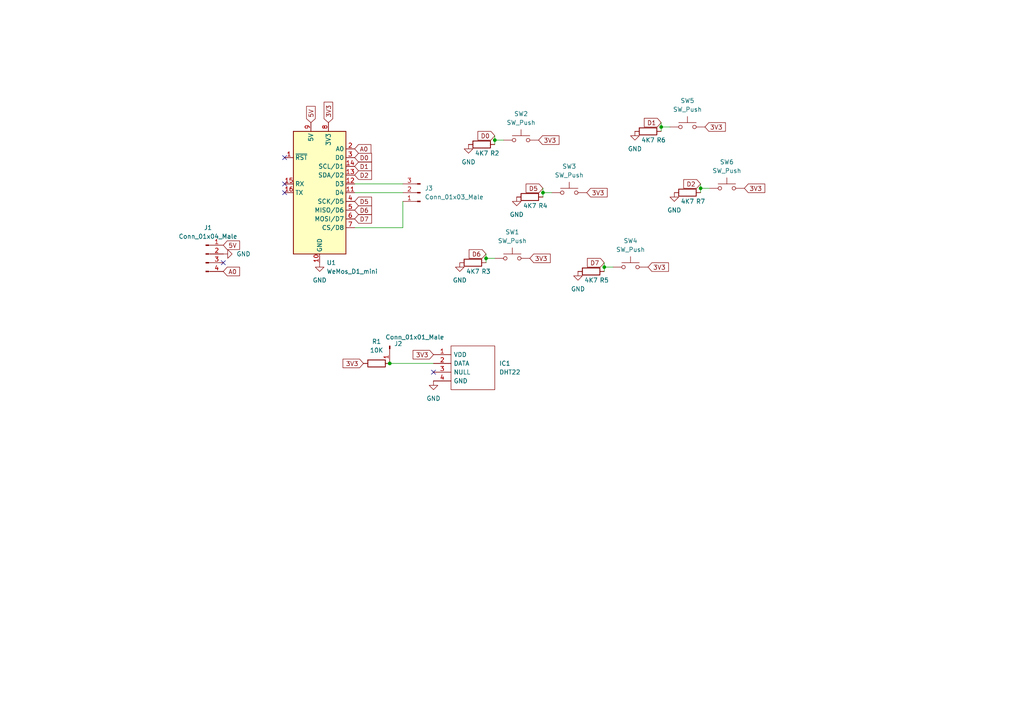
<source format=kicad_sch>
(kicad_sch (version 20211123) (generator eeschema)

  (uuid 72f2a5fd-c2e0-4416-90f2-327143af4aa6)

  (paper "A4")

  (lib_symbols
    (symbol "Connector:Conn_01x01_Male" (pin_names (offset 1.016) hide) (in_bom yes) (on_board yes)
      (property "Reference" "J" (id 0) (at 0 2.54 0)
        (effects (font (size 1.27 1.27)))
      )
      (property "Value" "Conn_01x01_Male" (id 1) (at 0 -2.54 0)
        (effects (font (size 1.27 1.27)))
      )
      (property "Footprint" "" (id 2) (at 0 0 0)
        (effects (font (size 1.27 1.27)) hide)
      )
      (property "Datasheet" "~" (id 3) (at 0 0 0)
        (effects (font (size 1.27 1.27)) hide)
      )
      (property "ki_keywords" "connector" (id 4) (at 0 0 0)
        (effects (font (size 1.27 1.27)) hide)
      )
      (property "ki_description" "Generic connector, single row, 01x01, script generated (kicad-library-utils/schlib/autogen/connector/)" (id 5) (at 0 0 0)
        (effects (font (size 1.27 1.27)) hide)
      )
      (property "ki_fp_filters" "Connector*:*" (id 6) (at 0 0 0)
        (effects (font (size 1.27 1.27)) hide)
      )
      (symbol "Conn_01x01_Male_1_1"
        (polyline
          (pts
            (xy 1.27 0)
            (xy 0.8636 0)
          )
          (stroke (width 0.1524) (type default) (color 0 0 0 0))
          (fill (type none))
        )
        (rectangle (start 0.8636 0.127) (end 0 -0.127)
          (stroke (width 0.1524) (type default) (color 0 0 0 0))
          (fill (type outline))
        )
        (pin passive line (at 5.08 0 180) (length 3.81)
          (name "Pin_1" (effects (font (size 1.27 1.27))))
          (number "1" (effects (font (size 1.27 1.27))))
        )
      )
    )
    (symbol "Connector:Conn_01x03_Male" (pin_names (offset 1.016) hide) (in_bom yes) (on_board yes)
      (property "Reference" "J" (id 0) (at 0 5.08 0)
        (effects (font (size 1.27 1.27)))
      )
      (property "Value" "Conn_01x03_Male" (id 1) (at 0 -5.08 0)
        (effects (font (size 1.27 1.27)))
      )
      (property "Footprint" "" (id 2) (at 0 0 0)
        (effects (font (size 1.27 1.27)) hide)
      )
      (property "Datasheet" "~" (id 3) (at 0 0 0)
        (effects (font (size 1.27 1.27)) hide)
      )
      (property "ki_keywords" "connector" (id 4) (at 0 0 0)
        (effects (font (size 1.27 1.27)) hide)
      )
      (property "ki_description" "Generic connector, single row, 01x03, script generated (kicad-library-utils/schlib/autogen/connector/)" (id 5) (at 0 0 0)
        (effects (font (size 1.27 1.27)) hide)
      )
      (property "ki_fp_filters" "Connector*:*_1x??_*" (id 6) (at 0 0 0)
        (effects (font (size 1.27 1.27)) hide)
      )
      (symbol "Conn_01x03_Male_1_1"
        (polyline
          (pts
            (xy 1.27 -2.54)
            (xy 0.8636 -2.54)
          )
          (stroke (width 0.1524) (type default) (color 0 0 0 0))
          (fill (type none))
        )
        (polyline
          (pts
            (xy 1.27 0)
            (xy 0.8636 0)
          )
          (stroke (width 0.1524) (type default) (color 0 0 0 0))
          (fill (type none))
        )
        (polyline
          (pts
            (xy 1.27 2.54)
            (xy 0.8636 2.54)
          )
          (stroke (width 0.1524) (type default) (color 0 0 0 0))
          (fill (type none))
        )
        (rectangle (start 0.8636 -2.413) (end 0 -2.667)
          (stroke (width 0.1524) (type default) (color 0 0 0 0))
          (fill (type outline))
        )
        (rectangle (start 0.8636 0.127) (end 0 -0.127)
          (stroke (width 0.1524) (type default) (color 0 0 0 0))
          (fill (type outline))
        )
        (rectangle (start 0.8636 2.667) (end 0 2.413)
          (stroke (width 0.1524) (type default) (color 0 0 0 0))
          (fill (type outline))
        )
        (pin passive line (at 5.08 2.54 180) (length 3.81)
          (name "Pin_1" (effects (font (size 1.27 1.27))))
          (number "1" (effects (font (size 1.27 1.27))))
        )
        (pin passive line (at 5.08 0 180) (length 3.81)
          (name "Pin_2" (effects (font (size 1.27 1.27))))
          (number "2" (effects (font (size 1.27 1.27))))
        )
        (pin passive line (at 5.08 -2.54 180) (length 3.81)
          (name "Pin_3" (effects (font (size 1.27 1.27))))
          (number "3" (effects (font (size 1.27 1.27))))
        )
      )
    )
    (symbol "Connector:Conn_01x04_Male" (pin_names (offset 1.016) hide) (in_bom yes) (on_board yes)
      (property "Reference" "J" (id 0) (at 0 5.08 0)
        (effects (font (size 1.27 1.27)))
      )
      (property "Value" "Conn_01x04_Male" (id 1) (at 0 -7.62 0)
        (effects (font (size 1.27 1.27)))
      )
      (property "Footprint" "" (id 2) (at 0 0 0)
        (effects (font (size 1.27 1.27)) hide)
      )
      (property "Datasheet" "~" (id 3) (at 0 0 0)
        (effects (font (size 1.27 1.27)) hide)
      )
      (property "ki_keywords" "connector" (id 4) (at 0 0 0)
        (effects (font (size 1.27 1.27)) hide)
      )
      (property "ki_description" "Generic connector, single row, 01x04, script generated (kicad-library-utils/schlib/autogen/connector/)" (id 5) (at 0 0 0)
        (effects (font (size 1.27 1.27)) hide)
      )
      (property "ki_fp_filters" "Connector*:*_1x??_*" (id 6) (at 0 0 0)
        (effects (font (size 1.27 1.27)) hide)
      )
      (symbol "Conn_01x04_Male_1_1"
        (polyline
          (pts
            (xy 1.27 -5.08)
            (xy 0.8636 -5.08)
          )
          (stroke (width 0.1524) (type default) (color 0 0 0 0))
          (fill (type none))
        )
        (polyline
          (pts
            (xy 1.27 -2.54)
            (xy 0.8636 -2.54)
          )
          (stroke (width 0.1524) (type default) (color 0 0 0 0))
          (fill (type none))
        )
        (polyline
          (pts
            (xy 1.27 0)
            (xy 0.8636 0)
          )
          (stroke (width 0.1524) (type default) (color 0 0 0 0))
          (fill (type none))
        )
        (polyline
          (pts
            (xy 1.27 2.54)
            (xy 0.8636 2.54)
          )
          (stroke (width 0.1524) (type default) (color 0 0 0 0))
          (fill (type none))
        )
        (rectangle (start 0.8636 -4.953) (end 0 -5.207)
          (stroke (width 0.1524) (type default) (color 0 0 0 0))
          (fill (type outline))
        )
        (rectangle (start 0.8636 -2.413) (end 0 -2.667)
          (stroke (width 0.1524) (type default) (color 0 0 0 0))
          (fill (type outline))
        )
        (rectangle (start 0.8636 0.127) (end 0 -0.127)
          (stroke (width 0.1524) (type default) (color 0 0 0 0))
          (fill (type outline))
        )
        (rectangle (start 0.8636 2.667) (end 0 2.413)
          (stroke (width 0.1524) (type default) (color 0 0 0 0))
          (fill (type outline))
        )
        (pin passive line (at 5.08 2.54 180) (length 3.81)
          (name "Pin_1" (effects (font (size 1.27 1.27))))
          (number "1" (effects (font (size 1.27 1.27))))
        )
        (pin passive line (at 5.08 0 180) (length 3.81)
          (name "Pin_2" (effects (font (size 1.27 1.27))))
          (number "2" (effects (font (size 1.27 1.27))))
        )
        (pin passive line (at 5.08 -2.54 180) (length 3.81)
          (name "Pin_3" (effects (font (size 1.27 1.27))))
          (number "3" (effects (font (size 1.27 1.27))))
        )
        (pin passive line (at 5.08 -5.08 180) (length 3.81)
          (name "Pin_4" (effects (font (size 1.27 1.27))))
          (number "4" (effects (font (size 1.27 1.27))))
        )
      )
    )
    (symbol "DHT22:DHT22" (pin_names (offset 0.762)) (in_bom yes) (on_board yes)
      (property "Reference" "IC" (id 0) (at 19.05 7.62 0)
        (effects (font (size 1.27 1.27)) (justify left))
      )
      (property "Value" "DHT22" (id 1) (at 19.05 5.08 0)
        (effects (font (size 1.27 1.27)) (justify left))
      )
      (property "Footprint" "DHT22" (id 2) (at 19.05 2.54 0)
        (effects (font (size 1.27 1.27)) (justify left) hide)
      )
      (property "Datasheet" "https://datasheet4u.com/datasheet-parts/DHT22-datasheet.php?id=792211" (id 3) (at 19.05 0 0)
        (effects (font (size 1.27 1.27)) (justify left) hide)
      )
      (property "Description" "Digital-output relative humidity & temperature sensor/module DHT22" (id 4) (at 19.05 -2.54 0)
        (effects (font (size 1.27 1.27)) (justify left) hide)
      )
      (property "Height" "25.1" (id 5) (at 19.05 -5.08 0)
        (effects (font (size 1.27 1.27)) (justify left) hide)
      )
      (property "Manufacturer_Name" "Aosong Electronics" (id 6) (at 19.05 -7.62 0)
        (effects (font (size 1.27 1.27)) (justify left) hide)
      )
      (property "Manufacturer_Part_Number" "DHT22" (id 7) (at 19.05 -10.16 0)
        (effects (font (size 1.27 1.27)) (justify left) hide)
      )
      (property "Mouser Part Number" "" (id 8) (at 19.05 -12.7 0)
        (effects (font (size 1.27 1.27)) (justify left) hide)
      )
      (property "Mouser Price/Stock" "" (id 9) (at 19.05 -15.24 0)
        (effects (font (size 1.27 1.27)) (justify left) hide)
      )
      (property "Arrow Part Number" "" (id 10) (at 19.05 -17.78 0)
        (effects (font (size 1.27 1.27)) (justify left) hide)
      )
      (property "Arrow Price/Stock" "" (id 11) (at 19.05 -20.32 0)
        (effects (font (size 1.27 1.27)) (justify left) hide)
      )
      (symbol "DHT22_0_0"
        (pin passive line (at 0 0 0) (length 5.08)
          (name "VDD" (effects (font (size 1.27 1.27))))
          (number "1" (effects (font (size 1.27 1.27))))
        )
        (pin passive line (at 0 -2.54 0) (length 5.08)
          (name "DATA" (effects (font (size 1.27 1.27))))
          (number "2" (effects (font (size 1.27 1.27))))
        )
        (pin passive line (at 0 -5.08 0) (length 5.08)
          (name "NULL" (effects (font (size 1.27 1.27))))
          (number "3" (effects (font (size 1.27 1.27))))
        )
        (pin passive line (at 0 -7.62 0) (length 5.08)
          (name "GND" (effects (font (size 1.27 1.27))))
          (number "4" (effects (font (size 1.27 1.27))))
        )
      )
      (symbol "DHT22_0_1"
        (polyline
          (pts
            (xy 5.08 2.54)
            (xy 17.78 2.54)
            (xy 17.78 -10.16)
            (xy 5.08 -10.16)
            (xy 5.08 2.54)
          )
          (stroke (width 0.1524) (type default) (color 0 0 0 0))
          (fill (type none))
        )
      )
    )
    (symbol "Device:R" (pin_numbers hide) (pin_names (offset 0)) (in_bom yes) (on_board yes)
      (property "Reference" "R" (id 0) (at 2.032 0 90)
        (effects (font (size 1.27 1.27)))
      )
      (property "Value" "R" (id 1) (at 0 0 90)
        (effects (font (size 1.27 1.27)))
      )
      (property "Footprint" "" (id 2) (at -1.778 0 90)
        (effects (font (size 1.27 1.27)) hide)
      )
      (property "Datasheet" "~" (id 3) (at 0 0 0)
        (effects (font (size 1.27 1.27)) hide)
      )
      (property "ki_keywords" "R res resistor" (id 4) (at 0 0 0)
        (effects (font (size 1.27 1.27)) hide)
      )
      (property "ki_description" "Resistor" (id 5) (at 0 0 0)
        (effects (font (size 1.27 1.27)) hide)
      )
      (property "ki_fp_filters" "R_*" (id 6) (at 0 0 0)
        (effects (font (size 1.27 1.27)) hide)
      )
      (symbol "R_0_1"
        (rectangle (start -1.016 -2.54) (end 1.016 2.54)
          (stroke (width 0.254) (type default) (color 0 0 0 0))
          (fill (type none))
        )
      )
      (symbol "R_1_1"
        (pin passive line (at 0 3.81 270) (length 1.27)
          (name "~" (effects (font (size 1.27 1.27))))
          (number "1" (effects (font (size 1.27 1.27))))
        )
        (pin passive line (at 0 -3.81 90) (length 1.27)
          (name "~" (effects (font (size 1.27 1.27))))
          (number "2" (effects (font (size 1.27 1.27))))
        )
      )
    )
    (symbol "MCU_Module:WeMos_D1_mini" (in_bom yes) (on_board yes)
      (property "Reference" "U" (id 0) (at 3.81 19.05 0)
        (effects (font (size 1.27 1.27)) (justify left))
      )
      (property "Value" "WeMos_D1_mini" (id 1) (at 1.27 -19.05 0)
        (effects (font (size 1.27 1.27)) (justify left))
      )
      (property "Footprint" "Module:WEMOS_D1_mini_light" (id 2) (at 0 -29.21 0)
        (effects (font (size 1.27 1.27)) hide)
      )
      (property "Datasheet" "https://wiki.wemos.cc/products:d1:d1_mini#documentation" (id 3) (at -46.99 -29.21 0)
        (effects (font (size 1.27 1.27)) hide)
      )
      (property "ki_keywords" "ESP8266 WiFi microcontroller ESP8266EX" (id 4) (at 0 0 0)
        (effects (font (size 1.27 1.27)) hide)
      )
      (property "ki_description" "32-bit microcontroller module with WiFi" (id 5) (at 0 0 0)
        (effects (font (size 1.27 1.27)) hide)
      )
      (property "ki_fp_filters" "WEMOS*D1*mini*" (id 6) (at 0 0 0)
        (effects (font (size 1.27 1.27)) hide)
      )
      (symbol "WeMos_D1_mini_1_1"
        (rectangle (start -7.62 17.78) (end 7.62 -17.78)
          (stroke (width 0.254) (type default) (color 0 0 0 0))
          (fill (type background))
        )
        (pin input line (at -10.16 10.16 0) (length 2.54)
          (name "~{RST}" (effects (font (size 1.27 1.27))))
          (number "1" (effects (font (size 1.27 1.27))))
        )
        (pin power_in line (at 0 -20.32 90) (length 2.54)
          (name "GND" (effects (font (size 1.27 1.27))))
          (number "10" (effects (font (size 1.27 1.27))))
        )
        (pin bidirectional line (at 10.16 0 180) (length 2.54)
          (name "D4" (effects (font (size 1.27 1.27))))
          (number "11" (effects (font (size 1.27 1.27))))
        )
        (pin bidirectional line (at 10.16 2.54 180) (length 2.54)
          (name "D3" (effects (font (size 1.27 1.27))))
          (number "12" (effects (font (size 1.27 1.27))))
        )
        (pin bidirectional line (at 10.16 5.08 180) (length 2.54)
          (name "SDA/D2" (effects (font (size 1.27 1.27))))
          (number "13" (effects (font (size 1.27 1.27))))
        )
        (pin bidirectional line (at 10.16 7.62 180) (length 2.54)
          (name "SCL/D1" (effects (font (size 1.27 1.27))))
          (number "14" (effects (font (size 1.27 1.27))))
        )
        (pin input line (at -10.16 2.54 0) (length 2.54)
          (name "RX" (effects (font (size 1.27 1.27))))
          (number "15" (effects (font (size 1.27 1.27))))
        )
        (pin output line (at -10.16 0 0) (length 2.54)
          (name "TX" (effects (font (size 1.27 1.27))))
          (number "16" (effects (font (size 1.27 1.27))))
        )
        (pin input line (at 10.16 12.7 180) (length 2.54)
          (name "A0" (effects (font (size 1.27 1.27))))
          (number "2" (effects (font (size 1.27 1.27))))
        )
        (pin bidirectional line (at 10.16 10.16 180) (length 2.54)
          (name "D0" (effects (font (size 1.27 1.27))))
          (number "3" (effects (font (size 1.27 1.27))))
        )
        (pin bidirectional line (at 10.16 -2.54 180) (length 2.54)
          (name "SCK/D5" (effects (font (size 1.27 1.27))))
          (number "4" (effects (font (size 1.27 1.27))))
        )
        (pin bidirectional line (at 10.16 -5.08 180) (length 2.54)
          (name "MISO/D6" (effects (font (size 1.27 1.27))))
          (number "5" (effects (font (size 1.27 1.27))))
        )
        (pin bidirectional line (at 10.16 -7.62 180) (length 2.54)
          (name "MOSI/D7" (effects (font (size 1.27 1.27))))
          (number "6" (effects (font (size 1.27 1.27))))
        )
        (pin bidirectional line (at 10.16 -10.16 180) (length 2.54)
          (name "CS/D8" (effects (font (size 1.27 1.27))))
          (number "7" (effects (font (size 1.27 1.27))))
        )
        (pin power_out line (at 2.54 20.32 270) (length 2.54)
          (name "3V3" (effects (font (size 1.27 1.27))))
          (number "8" (effects (font (size 1.27 1.27))))
        )
        (pin power_in line (at -2.54 20.32 270) (length 2.54)
          (name "5V" (effects (font (size 1.27 1.27))))
          (number "9" (effects (font (size 1.27 1.27))))
        )
      )
    )
    (symbol "Switch:SW_Push" (pin_numbers hide) (pin_names (offset 1.016) hide) (in_bom yes) (on_board yes)
      (property "Reference" "SW" (id 0) (at 1.27 2.54 0)
        (effects (font (size 1.27 1.27)) (justify left))
      )
      (property "Value" "SW_Push" (id 1) (at 0 -1.524 0)
        (effects (font (size 1.27 1.27)))
      )
      (property "Footprint" "" (id 2) (at 0 5.08 0)
        (effects (font (size 1.27 1.27)) hide)
      )
      (property "Datasheet" "~" (id 3) (at 0 5.08 0)
        (effects (font (size 1.27 1.27)) hide)
      )
      (property "ki_keywords" "switch normally-open pushbutton push-button" (id 4) (at 0 0 0)
        (effects (font (size 1.27 1.27)) hide)
      )
      (property "ki_description" "Push button switch, generic, two pins" (id 5) (at 0 0 0)
        (effects (font (size 1.27 1.27)) hide)
      )
      (symbol "SW_Push_0_1"
        (circle (center -2.032 0) (radius 0.508)
          (stroke (width 0) (type default) (color 0 0 0 0))
          (fill (type none))
        )
        (polyline
          (pts
            (xy 0 1.27)
            (xy 0 3.048)
          )
          (stroke (width 0) (type default) (color 0 0 0 0))
          (fill (type none))
        )
        (polyline
          (pts
            (xy 2.54 1.27)
            (xy -2.54 1.27)
          )
          (stroke (width 0) (type default) (color 0 0 0 0))
          (fill (type none))
        )
        (circle (center 2.032 0) (radius 0.508)
          (stroke (width 0) (type default) (color 0 0 0 0))
          (fill (type none))
        )
        (pin passive line (at -5.08 0 0) (length 2.54)
          (name "1" (effects (font (size 1.27 1.27))))
          (number "1" (effects (font (size 1.27 1.27))))
        )
        (pin passive line (at 5.08 0 180) (length 2.54)
          (name "2" (effects (font (size 1.27 1.27))))
          (number "2" (effects (font (size 1.27 1.27))))
        )
      )
    )
    (symbol "power:GND" (power) (pin_names (offset 0)) (in_bom yes) (on_board yes)
      (property "Reference" "#PWR" (id 0) (at 0 -6.35 0)
        (effects (font (size 1.27 1.27)) hide)
      )
      (property "Value" "GND" (id 1) (at 0 -3.81 0)
        (effects (font (size 1.27 1.27)))
      )
      (property "Footprint" "" (id 2) (at 0 0 0)
        (effects (font (size 1.27 1.27)) hide)
      )
      (property "Datasheet" "" (id 3) (at 0 0 0)
        (effects (font (size 1.27 1.27)) hide)
      )
      (property "ki_keywords" "power-flag" (id 4) (at 0 0 0)
        (effects (font (size 1.27 1.27)) hide)
      )
      (property "ki_description" "Power symbol creates a global label with name \"GND\" , ground" (id 5) (at 0 0 0)
        (effects (font (size 1.27 1.27)) hide)
      )
      (symbol "GND_0_1"
        (polyline
          (pts
            (xy 0 0)
            (xy 0 -1.27)
            (xy 1.27 -1.27)
            (xy 0 -2.54)
            (xy -1.27 -1.27)
            (xy 0 -1.27)
          )
          (stroke (width 0) (type default) (color 0 0 0 0))
          (fill (type none))
        )
      )
      (symbol "GND_1_1"
        (pin power_in line (at 0 0 270) (length 0) hide
          (name "GND" (effects (font (size 1.27 1.27))))
          (number "1" (effects (font (size 1.27 1.27))))
        )
      )
    )
  )


  (junction (at 113.03 105.41) (diameter 0) (color 0 0 0 0)
    (uuid 15111a2d-ca74-4937-9275-96eb3d43a866)
  )
  (junction (at 191.77 36.83) (diameter 0) (color 0 0 0 0)
    (uuid 2a45966b-22e4-4119-870a-15731518770a)
  )
  (junction (at 175.26 77.47) (diameter 0) (color 0 0 0 0)
    (uuid 2f06e105-4a99-40a5-b0e2-7702187bfc64)
  )
  (junction (at 203.2 54.61) (diameter 0) (color 0 0 0 0)
    (uuid 6830d406-33cb-4562-81b0-5947d1d6c5e7)
  )
  (junction (at 143.51 40.64) (diameter 0) (color 0 0 0 0)
    (uuid 915fb346-05e1-4c29-8f1b-52460379f973)
  )
  (junction (at 157.48 55.88) (diameter 0) (color 0 0 0 0)
    (uuid ed435486-fee2-4e82-9f3c-a389515f933d)
  )
  (junction (at 140.97 74.93) (diameter 0) (color 0 0 0 0)
    (uuid fc799220-cd18-471d-99fd-cbc53d8929de)
  )

  (no_connect (at 125.73 107.95) (uuid 36863580-0e16-4656-bdd2-3e72b7f54d03))
  (no_connect (at 82.55 53.34) (uuid 579c5869-6c16-4683-a965-bab9c16a7b42))
  (no_connect (at 82.55 55.88) (uuid 579c5869-6c16-4683-a965-bab9c16a7b43))
  (no_connect (at 82.55 45.72) (uuid 579c5869-6c16-4683-a965-bab9c16a7b44))
  (no_connect (at 64.77 76.2) (uuid 67f10b56-7505-4b70-bfd5-963e076a920d))

  (wire (pts (xy 175.26 77.47) (xy 175.26 78.74))
    (stroke (width 0) (type default) (color 0 0 0 0))
    (uuid 06152262-d0c9-436e-9f50-1a97f9659ec1)
  )
  (wire (pts (xy 116.84 66.04) (xy 116.84 58.42))
    (stroke (width 0) (type default) (color 0 0 0 0))
    (uuid 0674aa2d-ef88-41ff-8508-33c52193770e)
  )
  (wire (pts (xy 191.77 36.83) (xy 191.77 38.1))
    (stroke (width 0) (type default) (color 0 0 0 0))
    (uuid 0d817e2a-fcce-4b15-a125-09ffc1158eba)
  )
  (wire (pts (xy 203.2 54.61) (xy 203.2 55.88))
    (stroke (width 0) (type default) (color 0 0 0 0))
    (uuid 1346a2e0-c82f-45c7-b7f0-527c6d4d0711)
  )
  (wire (pts (xy 191.77 36.83) (xy 194.31 36.83))
    (stroke (width 0) (type default) (color 0 0 0 0))
    (uuid 193579c5-5dcc-416d-b9d5-90407a32ffdd)
  )
  (wire (pts (xy 203.2 54.61) (xy 205.74 54.61))
    (stroke (width 0) (type default) (color 0 0 0 0))
    (uuid 1ffc4bf3-dc17-4829-809c-50393a5d27fa)
  )
  (wire (pts (xy 143.51 39.37) (xy 143.51 40.64))
    (stroke (width 0) (type default) (color 0 0 0 0))
    (uuid 29800dda-2218-4325-ab74-bd9343386969)
  )
  (wire (pts (xy 143.51 40.64) (xy 143.51 41.91))
    (stroke (width 0) (type default) (color 0 0 0 0))
    (uuid 3f1624ec-9381-4de8-afd9-dc2c767532e0)
  )
  (wire (pts (xy 157.48 55.88) (xy 160.02 55.88))
    (stroke (width 0) (type default) (color 0 0 0 0))
    (uuid 405c06f1-01fe-4541-a1a7-55ca47a052d3)
  )
  (wire (pts (xy 157.48 54.61) (xy 157.48 55.88))
    (stroke (width 0) (type default) (color 0 0 0 0))
    (uuid 4320de6c-b5f2-4e40-9b08-874f876b5d68)
  )
  (wire (pts (xy 102.87 66.04) (xy 116.84 66.04))
    (stroke (width 0) (type default) (color 0 0 0 0))
    (uuid 754e748e-d0f9-4fe7-9ee8-19bd721c79e8)
  )
  (wire (pts (xy 140.97 73.66) (xy 140.97 74.93))
    (stroke (width 0) (type default) (color 0 0 0 0))
    (uuid 7e347837-6960-430f-bffb-58db9b7d16ac)
  )
  (wire (pts (xy 140.97 74.93) (xy 140.97 76.2))
    (stroke (width 0) (type default) (color 0 0 0 0))
    (uuid 92ffa31e-7808-40ac-856d-4675b147ea6d)
  )
  (wire (pts (xy 113.03 105.41) (xy 125.73 105.41))
    (stroke (width 0) (type default) (color 0 0 0 0))
    (uuid 97750a79-fa14-4f30-8e89-971a0423f2ab)
  )
  (wire (pts (xy 175.26 76.2) (xy 175.26 77.47))
    (stroke (width 0) (type default) (color 0 0 0 0))
    (uuid 9f7e6b71-d36b-4409-8c3f-ebce374a79cf)
  )
  (wire (pts (xy 175.26 77.47) (xy 177.8 77.47))
    (stroke (width 0) (type default) (color 0 0 0 0))
    (uuid aac55671-2605-4f58-a86d-201ee0a2971a)
  )
  (wire (pts (xy 157.48 55.88) (xy 157.48 57.15))
    (stroke (width 0) (type default) (color 0 0 0 0))
    (uuid b2357bbe-44a3-4233-a86d-3b239cda02e8)
  )
  (wire (pts (xy 191.77 35.56) (xy 191.77 36.83))
    (stroke (width 0) (type default) (color 0 0 0 0))
    (uuid be9cc3c2-a226-4546-923a-f61006e77322)
  )
  (wire (pts (xy 140.97 74.93) (xy 143.51 74.93))
    (stroke (width 0) (type default) (color 0 0 0 0))
    (uuid c59d8c11-750f-437f-b133-896928147003)
  )
  (wire (pts (xy 143.51 40.64) (xy 146.05 40.64))
    (stroke (width 0) (type default) (color 0 0 0 0))
    (uuid e8203170-720b-4c4e-a950-54b324ad2228)
  )
  (wire (pts (xy 102.87 55.88) (xy 116.84 55.88))
    (stroke (width 0) (type default) (color 0 0 0 0))
    (uuid ee76830e-2a89-4d1f-88c5-99e06be2a8a4)
  )
  (wire (pts (xy 102.87 53.34) (xy 116.84 53.34))
    (stroke (width 0) (type default) (color 0 0 0 0))
    (uuid f02d3f44-9763-4528-800b-49f99718b33e)
  )
  (wire (pts (xy 203.2 53.34) (xy 203.2 54.61))
    (stroke (width 0) (type default) (color 0 0 0 0))
    (uuid f23d23a7-9d4b-413b-8a30-9d7a2e36698d)
  )

  (global_label "3V3" (shape input) (at 156.21 40.64 0) (fields_autoplaced)
    (effects (font (size 1.27 1.27)) (justify left))
    (uuid 0472e105-f47c-46ea-8cdc-37a950ac3868)
    (property "Intersheet References" "${INTERSHEET_REFS}" (id 0) (at 162.1307 40.5606 0)
      (effects (font (size 1.27 1.27)) (justify left) hide)
    )
  )
  (global_label "3V3" (shape input) (at 95.25 35.56 90) (fields_autoplaced)
    (effects (font (size 1.27 1.27)) (justify left))
    (uuid 09b2f6b6-c3aa-475d-851c-6354e934801b)
    (property "Intersheet References" "${INTERSHEET_REFS}" (id 0) (at 95.1706 29.6393 90)
      (effects (font (size 1.27 1.27)) (justify left) hide)
    )
  )
  (global_label "D7" (shape input) (at 102.87 63.5 0) (fields_autoplaced)
    (effects (font (size 1.27 1.27)) (justify left))
    (uuid 116c8840-991c-4a63-985b-8c070df89853)
    (property "Intersheet References" "${INTERSHEET_REFS}" (id 0) (at 107.7626 63.4206 0)
      (effects (font (size 1.27 1.27)) (justify left) hide)
    )
  )
  (global_label "3V3" (shape input) (at 153.67 74.93 0) (fields_autoplaced)
    (effects (font (size 1.27 1.27)) (justify left))
    (uuid 180beb0b-d7c0-4e2e-96c5-7cf15a0c94e7)
    (property "Intersheet References" "${INTERSHEET_REFS}" (id 0) (at 159.5907 74.8506 0)
      (effects (font (size 1.27 1.27)) (justify left) hide)
    )
  )
  (global_label "D5" (shape input) (at 157.48 54.61 180) (fields_autoplaced)
    (effects (font (size 1.27 1.27)) (justify right))
    (uuid 1f612fcb-0f61-4f39-8003-923758bf93ba)
    (property "Intersheet References" "${INTERSHEET_REFS}" (id 0) (at 152.5874 54.6894 0)
      (effects (font (size 1.27 1.27)) (justify right) hide)
    )
  )
  (global_label "D6" (shape input) (at 140.97 73.66 180) (fields_autoplaced)
    (effects (font (size 1.27 1.27)) (justify right))
    (uuid 24736bcd-2fb8-41a3-8692-82a6b51b1b02)
    (property "Intersheet References" "${INTERSHEET_REFS}" (id 0) (at 136.0774 73.7394 0)
      (effects (font (size 1.27 1.27)) (justify right) hide)
    )
  )
  (global_label "3V3" (shape input) (at 204.47 36.83 0) (fields_autoplaced)
    (effects (font (size 1.27 1.27)) (justify left))
    (uuid 36df17f5-4ae6-49b5-8839-6ebfc01cf103)
    (property "Intersheet References" "${INTERSHEET_REFS}" (id 0) (at 210.3907 36.7506 0)
      (effects (font (size 1.27 1.27)) (justify left) hide)
    )
  )
  (global_label "3V3" (shape input) (at 215.9 54.61 0) (fields_autoplaced)
    (effects (font (size 1.27 1.27)) (justify left))
    (uuid 415daed6-d229-46f5-a5f4-628c8874b81b)
    (property "Intersheet References" "${INTERSHEET_REFS}" (id 0) (at 221.8207 54.5306 0)
      (effects (font (size 1.27 1.27)) (justify left) hide)
    )
  )
  (global_label "D2" (shape input) (at 203.2 53.34 180) (fields_autoplaced)
    (effects (font (size 1.27 1.27)) (justify right))
    (uuid 757ede6c-16fb-4da4-a21d-dabd01b057f3)
    (property "Intersheet References" "${INTERSHEET_REFS}" (id 0) (at 198.3074 53.2606 0)
      (effects (font (size 1.27 1.27)) (justify right) hide)
    )
  )
  (global_label "5V" (shape input) (at 64.77 71.12 0) (fields_autoplaced)
    (effects (font (size 1.27 1.27)) (justify left))
    (uuid 84fa7da1-1e67-414d-a5b5-ac055476f09f)
    (property "Intersheet References" "${INTERSHEET_REFS}" (id 0) (at 69.4812 71.0406 0)
      (effects (font (size 1.27 1.27)) (justify left) hide)
    )
  )
  (global_label "3V3" (shape input) (at 105.41 105.41 180) (fields_autoplaced)
    (effects (font (size 1.27 1.27)) (justify right))
    (uuid 8d775ee6-9b13-4374-86e3-ef04b4e95d53)
    (property "Intersheet References" "${INTERSHEET_REFS}" (id 0) (at 99.4893 105.4894 0)
      (effects (font (size 1.27 1.27)) (justify right) hide)
    )
  )
  (global_label "5V" (shape input) (at 90.17 35.56 90) (fields_autoplaced)
    (effects (font (size 1.27 1.27)) (justify left))
    (uuid 914e714a-aaf4-401d-bd9f-7b84c5de9bf5)
    (property "Intersheet References" "${INTERSHEET_REFS}" (id 0) (at 90.0906 30.8488 90)
      (effects (font (size 1.27 1.27)) (justify left) hide)
    )
  )
  (global_label "D0" (shape input) (at 143.51 39.37 180) (fields_autoplaced)
    (effects (font (size 1.27 1.27)) (justify right))
    (uuid 91716630-376e-427d-81b0-f9e65e93fdfb)
    (property "Intersheet References" "${INTERSHEET_REFS}" (id 0) (at 138.6174 39.4494 0)
      (effects (font (size 1.27 1.27)) (justify right) hide)
    )
  )
  (global_label "A0" (shape input) (at 64.77 78.74 0) (fields_autoplaced)
    (effects (font (size 1.27 1.27)) (justify left))
    (uuid 9b397c66-f428-4f3c-a5db-247be2f3bb3a)
    (property "Intersheet References" "${INTERSHEET_REFS}" (id 0) (at 69.4812 78.6606 0)
      (effects (font (size 1.27 1.27)) (justify left) hide)
    )
  )
  (global_label "3V3" (shape input) (at 170.18 55.88 0) (fields_autoplaced)
    (effects (font (size 1.27 1.27)) (justify left))
    (uuid b886e9da-421c-4b28-9800-db2e5e1fca6f)
    (property "Intersheet References" "${INTERSHEET_REFS}" (id 0) (at 176.1007 55.8006 0)
      (effects (font (size 1.27 1.27)) (justify left) hide)
    )
  )
  (global_label "3V3" (shape input) (at 125.73 102.87 180) (fields_autoplaced)
    (effects (font (size 1.27 1.27)) (justify right))
    (uuid cda28e8f-4e3c-4e67-b2b8-fc492f8b11ca)
    (property "Intersheet References" "${INTERSHEET_REFS}" (id 0) (at 119.8093 102.9494 0)
      (effects (font (size 1.27 1.27)) (justify right) hide)
    )
  )
  (global_label "D2" (shape input) (at 102.87 50.8 0) (fields_autoplaced)
    (effects (font (size 1.27 1.27)) (justify left))
    (uuid d1f63faa-d353-4207-a726-1093ec8861cc)
    (property "Intersheet References" "${INTERSHEET_REFS}" (id 0) (at 107.7626 50.8794 0)
      (effects (font (size 1.27 1.27)) (justify left) hide)
    )
  )
  (global_label "D0" (shape input) (at 102.87 45.72 0) (fields_autoplaced)
    (effects (font (size 1.27 1.27)) (justify left))
    (uuid d3863406-e951-45d9-b242-d8eb1bafd7d7)
    (property "Intersheet References" "${INTERSHEET_REFS}" (id 0) (at 107.7626 45.6406 0)
      (effects (font (size 1.27 1.27)) (justify left) hide)
    )
  )
  (global_label "D7" (shape input) (at 175.26 76.2 180) (fields_autoplaced)
    (effects (font (size 1.27 1.27)) (justify right))
    (uuid df6d73ed-2acb-4d45-9bb2-02f9ee39921f)
    (property "Intersheet References" "${INTERSHEET_REFS}" (id 0) (at 170.3674 76.2794 0)
      (effects (font (size 1.27 1.27)) (justify right) hide)
    )
  )
  (global_label "D6" (shape input) (at 102.87 60.96 0) (fields_autoplaced)
    (effects (font (size 1.27 1.27)) (justify left))
    (uuid e565596a-3202-4ebd-baed-988ef44f5620)
    (property "Intersheet References" "${INTERSHEET_REFS}" (id 0) (at 107.7626 60.8806 0)
      (effects (font (size 1.27 1.27)) (justify left) hide)
    )
  )
  (global_label "D1" (shape input) (at 191.77 35.56 180) (fields_autoplaced)
    (effects (font (size 1.27 1.27)) (justify right))
    (uuid f0742b09-84fa-41a5-adca-b7c30586dc48)
    (property "Intersheet References" "${INTERSHEET_REFS}" (id 0) (at 186.8774 35.4806 0)
      (effects (font (size 1.27 1.27)) (justify right) hide)
    )
  )
  (global_label "3V3" (shape input) (at 187.96 77.47 0) (fields_autoplaced)
    (effects (font (size 1.27 1.27)) (justify left))
    (uuid f529ed18-0da1-4c92-abcc-38b33811aafb)
    (property "Intersheet References" "${INTERSHEET_REFS}" (id 0) (at 193.8807 77.3906 0)
      (effects (font (size 1.27 1.27)) (justify left) hide)
    )
  )
  (global_label "D5" (shape input) (at 102.87 58.42 0) (fields_autoplaced)
    (effects (font (size 1.27 1.27)) (justify left))
    (uuid f61bf018-f698-468d-a282-63a27e48254d)
    (property "Intersheet References" "${INTERSHEET_REFS}" (id 0) (at 107.7626 58.3406 0)
      (effects (font (size 1.27 1.27)) (justify left) hide)
    )
  )
  (global_label "D1" (shape input) (at 102.87 48.26 0) (fields_autoplaced)
    (effects (font (size 1.27 1.27)) (justify left))
    (uuid f62821ae-cbd8-43fa-95f0-84157a2e4f8c)
    (property "Intersheet References" "${INTERSHEET_REFS}" (id 0) (at 107.7626 48.3394 0)
      (effects (font (size 1.27 1.27)) (justify left) hide)
    )
  )
  (global_label "A0" (shape input) (at 102.87 43.18 0) (fields_autoplaced)
    (effects (font (size 1.27 1.27)) (justify left))
    (uuid fbb1703a-1499-4a30-b535-42ecfaf6f700)
    (property "Intersheet References" "${INTERSHEET_REFS}" (id 0) (at 107.5812 43.1006 0)
      (effects (font (size 1.27 1.27)) (justify left) hide)
    )
  )

  (symbol (lib_id "Switch:SW_Push") (at 199.39 36.83 0) (unit 1)
    (in_bom yes) (on_board yes) (fields_autoplaced)
    (uuid 07c806c0-083f-4ce8-aeba-9c27673a6235)
    (property "Reference" "SW5" (id 0) (at 199.39 29.21 0))
    (property "Value" "SW_Push" (id 1) (at 199.39 31.75 0))
    (property "Footprint" "Button_Switch_THT:SW_PUSH_6mm" (id 2) (at 199.39 31.75 0)
      (effects (font (size 1.27 1.27)) hide)
    )
    (property "Datasheet" "~" (id 3) (at 199.39 31.75 0)
      (effects (font (size 1.27 1.27)) hide)
    )
    (pin "1" (uuid 5e97b1d5-c73d-4849-8523-aff199aa3501))
    (pin "2" (uuid 0d4fd198-4e83-45d7-9139-b995fabfacf0))
  )

  (symbol (lib_id "Device:R") (at 139.7 41.91 270) (unit 1)
    (in_bom yes) (on_board yes)
    (uuid 153bc153-c26c-4ebd-9eba-46c43fa4bf06)
    (property "Reference" "R2" (id 0) (at 143.51 44.45 90))
    (property "Value" "4K7" (id 1) (at 139.7 44.45 90))
    (property "Footprint" "Resistor_THT:R_Axial_DIN0207_L6.3mm_D2.5mm_P7.62mm_Horizontal" (id 2) (at 139.7 40.132 90)
      (effects (font (size 1.27 1.27)) hide)
    )
    (property "Datasheet" "~" (id 3) (at 139.7 41.91 0)
      (effects (font (size 1.27 1.27)) hide)
    )
    (pin "1" (uuid c88e463b-917b-4583-8a75-9cbcecb4372c))
    (pin "2" (uuid cb698b97-91df-42e8-9a72-11ee4f44a041))
  )

  (symbol (lib_id "Connector:Conn_01x03_Male") (at 121.92 55.88 180) (unit 1)
    (in_bom yes) (on_board yes) (fields_autoplaced)
    (uuid 1bc5b4f2-9638-4f54-88b9-f81673736475)
    (property "Reference" "J3" (id 0) (at 123.19 54.6099 0)
      (effects (font (size 1.27 1.27)) (justify right))
    )
    (property "Value" "Conn_01x03_Male" (id 1) (at 123.19 57.1499 0)
      (effects (font (size 1.27 1.27)) (justify right))
    )
    (property "Footprint" "Connector_PinHeader_2.54mm:PinHeader_1x03_P2.54mm_Vertical" (id 2) (at 121.92 55.88 0)
      (effects (font (size 1.27 1.27)) hide)
    )
    (property "Datasheet" "~" (id 3) (at 121.92 55.88 0)
      (effects (font (size 1.27 1.27)) hide)
    )
    (pin "1" (uuid 547bc352-083c-4020-a967-fe6f511f827e))
    (pin "2" (uuid c887b368-c331-4a58-b793-95b939bd8084))
    (pin "3" (uuid 956b393b-18a9-43cd-8c37-1bed7f1afa46))
  )

  (symbol (lib_id "MCU_Module:WeMos_D1_mini") (at 92.71 55.88 0) (unit 1)
    (in_bom yes) (on_board yes) (fields_autoplaced)
    (uuid 1da2fa7d-a060-4841-9e9c-312c0429dfa3)
    (property "Reference" "U1" (id 0) (at 94.7294 76.2 0)
      (effects (font (size 1.27 1.27)) (justify left))
    )
    (property "Value" "WeMos_D1_mini" (id 1) (at 94.7294 78.74 0)
      (effects (font (size 1.27 1.27)) (justify left))
    )
    (property "Footprint" "Module:WEMOS_D1_mini_light" (id 2) (at 92.71 85.09 0)
      (effects (font (size 1.27 1.27)) hide)
    )
    (property "Datasheet" "https://wiki.wemos.cc/products:d1:d1_mini#documentation" (id 3) (at 45.72 85.09 0)
      (effects (font (size 1.27 1.27)) hide)
    )
    (pin "1" (uuid 39754e7d-317a-4384-a424-d26144ca2892))
    (pin "10" (uuid f6179c9d-7870-488d-ab89-46a4cdb073f2))
    (pin "11" (uuid 75977306-756e-4149-b7a5-a60e4b3991c8))
    (pin "12" (uuid a4e7d563-ba0d-42d9-9572-a51aac458f29))
    (pin "13" (uuid 3be02367-7d1e-444a-9535-d41ce60be26b))
    (pin "14" (uuid 07c413e4-bbba-4ff3-94cc-dc405d56d6ee))
    (pin "15" (uuid ed133498-d6a3-4f08-909a-ea30c0faf185))
    (pin "16" (uuid 6d68c04b-7ea0-4733-aaea-d9886eab835a))
    (pin "2" (uuid e6261a2f-6a1c-492b-9cda-cdc1338dae08))
    (pin "3" (uuid 9566add6-68e2-432d-8257-9bb0b526ea12))
    (pin "4" (uuid 2f6af40a-d0bf-4b62-bde2-1741377ae6d1))
    (pin "5" (uuid 69a523a7-1e50-46ef-94a9-d9f9da7e0979))
    (pin "6" (uuid 4163e366-0371-444e-af8b-7391c27a292d))
    (pin "7" (uuid 4916e87f-5118-4d34-8f80-2c033690a185))
    (pin "8" (uuid fbf7381b-cbfa-4062-b59d-ab62f82d672b))
    (pin "9" (uuid 0690a877-c4d3-463c-abd2-ea940b7c621c))
  )

  (symbol (lib_id "power:GND") (at 135.89 41.91 0) (unit 1)
    (in_bom yes) (on_board yes) (fields_autoplaced)
    (uuid 200151ba-1a19-4bca-92e9-5c0891ac75f9)
    (property "Reference" "#PWR04" (id 0) (at 135.89 48.26 0)
      (effects (font (size 1.27 1.27)) hide)
    )
    (property "Value" "GND" (id 1) (at 135.89 46.99 0))
    (property "Footprint" "" (id 2) (at 135.89 41.91 0)
      (effects (font (size 1.27 1.27)) hide)
    )
    (property "Datasheet" "" (id 3) (at 135.89 41.91 0)
      (effects (font (size 1.27 1.27)) hide)
    )
    (pin "1" (uuid b953e496-ce07-4e01-bc71-42f6bb5affb8))
  )

  (symbol (lib_id "Device:R") (at 187.96 38.1 270) (unit 1)
    (in_bom yes) (on_board yes)
    (uuid 2325cdee-d001-4376-9291-8195b9da108d)
    (property "Reference" "R6" (id 0) (at 191.77 40.64 90))
    (property "Value" "4K7" (id 1) (at 187.96 40.64 90))
    (property "Footprint" "Resistor_THT:R_Axial_DIN0207_L6.3mm_D2.5mm_P7.62mm_Horizontal" (id 2) (at 187.96 36.322 90)
      (effects (font (size 1.27 1.27)) hide)
    )
    (property "Datasheet" "~" (id 3) (at 187.96 38.1 0)
      (effects (font (size 1.27 1.27)) hide)
    )
    (pin "1" (uuid aefb64a2-91d6-470f-9672-e61520550ebf))
    (pin "2" (uuid 3f8c7434-de12-4f41-9f19-c3fdc4ae8063))
  )

  (symbol (lib_id "Switch:SW_Push") (at 148.59 74.93 0) (unit 1)
    (in_bom yes) (on_board yes) (fields_autoplaced)
    (uuid 33cae8bf-4c28-4bb0-899e-b52b7150f05f)
    (property "Reference" "SW1" (id 0) (at 148.59 67.31 0))
    (property "Value" "SW_Push" (id 1) (at 148.59 69.85 0))
    (property "Footprint" "Button_Switch_THT:SW_PUSH_6mm" (id 2) (at 148.59 69.85 0)
      (effects (font (size 1.27 1.27)) hide)
    )
    (property "Datasheet" "~" (id 3) (at 148.59 69.85 0)
      (effects (font (size 1.27 1.27)) hide)
    )
    (pin "1" (uuid 17d219c8-ecdd-44c3-82e8-0bcca6c19d31))
    (pin "2" (uuid d59a7f22-34af-42b1-9fc4-1aad2e65f710))
  )

  (symbol (lib_id "Connector:Conn_01x01_Male") (at 113.03 100.33 270) (unit 1)
    (in_bom yes) (on_board yes)
    (uuid 477a8f05-31bd-4a0b-b829-dfedc17be90f)
    (property "Reference" "J2" (id 0) (at 114.3 99.6949 90)
      (effects (font (size 1.27 1.27)) (justify left))
    )
    (property "Value" "Conn_01x01_Male" (id 1) (at 111.76 97.79 90)
      (effects (font (size 1.27 1.27)) (justify left))
    )
    (property "Footprint" "Connector_PinHeader_2.54mm:PinHeader_1x01_P2.54mm_Vertical" (id 2) (at 113.03 100.33 0)
      (effects (font (size 1.27 1.27)) hide)
    )
    (property "Datasheet" "~" (id 3) (at 113.03 100.33 0)
      (effects (font (size 1.27 1.27)) hide)
    )
    (pin "1" (uuid 806b499b-79fb-4afd-acf4-8efdc19003cf))
  )

  (symbol (lib_id "power:GND") (at 133.35 76.2 0) (unit 1)
    (in_bom yes) (on_board yes) (fields_autoplaced)
    (uuid 55c5c165-07ea-4d23-adae-cfd39169e131)
    (property "Reference" "#PWR05" (id 0) (at 133.35 82.55 0)
      (effects (font (size 1.27 1.27)) hide)
    )
    (property "Value" "GND" (id 1) (at 133.35 81.28 0))
    (property "Footprint" "" (id 2) (at 133.35 76.2 0)
      (effects (font (size 1.27 1.27)) hide)
    )
    (property "Datasheet" "" (id 3) (at 133.35 76.2 0)
      (effects (font (size 1.27 1.27)) hide)
    )
    (pin "1" (uuid 2cf6040e-c66f-4580-a280-d6f99bf52d29))
  )

  (symbol (lib_id "power:GND") (at 195.58 55.88 0) (unit 1)
    (in_bom yes) (on_board yes) (fields_autoplaced)
    (uuid 62a174d3-36b8-47d8-80d6-c0855ae855f9)
    (property "Reference" "#PWR09" (id 0) (at 195.58 62.23 0)
      (effects (font (size 1.27 1.27)) hide)
    )
    (property "Value" "GND" (id 1) (at 195.58 60.96 0))
    (property "Footprint" "" (id 2) (at 195.58 55.88 0)
      (effects (font (size 1.27 1.27)) hide)
    )
    (property "Datasheet" "" (id 3) (at 195.58 55.88 0)
      (effects (font (size 1.27 1.27)) hide)
    )
    (pin "1" (uuid a2366fc8-c698-4432-b64d-df0c2358f6b9))
  )

  (symbol (lib_id "Switch:SW_Push") (at 165.1 55.88 0) (unit 1)
    (in_bom yes) (on_board yes) (fields_autoplaced)
    (uuid 64ac885e-f9dd-4989-a819-6cb46377c2ec)
    (property "Reference" "SW3" (id 0) (at 165.1 48.26 0))
    (property "Value" "SW_Push" (id 1) (at 165.1 50.8 0))
    (property "Footprint" "Button_Switch_THT:SW_PUSH_6mm" (id 2) (at 165.1 50.8 0)
      (effects (font (size 1.27 1.27)) hide)
    )
    (property "Datasheet" "~" (id 3) (at 165.1 50.8 0)
      (effects (font (size 1.27 1.27)) hide)
    )
    (pin "1" (uuid ee1be007-fdc8-4c74-8e4b-caf09215e96f))
    (pin "2" (uuid fb5f5dc2-9cc6-4487-8162-d8b582c2c702))
  )

  (symbol (lib_id "DHT22:DHT22") (at 125.73 102.87 0) (unit 1)
    (in_bom yes) (on_board yes) (fields_autoplaced)
    (uuid 70c69725-f75f-4115-a43b-07f2347112b4)
    (property "Reference" "IC1" (id 0) (at 144.78 105.4099 0)
      (effects (font (size 1.27 1.27)) (justify left))
    )
    (property "Value" "DHT22" (id 1) (at 144.78 107.9499 0)
      (effects (font (size 1.27 1.27)) (justify left))
    )
    (property "Footprint" "Temperature Sensors:DHT22" (id 2) (at 144.78 100.33 0)
      (effects (font (size 1.27 1.27)) (justify left) hide)
    )
    (property "Datasheet" "https://datasheet4u.com/datasheet-parts/DHT22-datasheet.php?id=792211" (id 3) (at 144.78 102.87 0)
      (effects (font (size 1.27 1.27)) (justify left) hide)
    )
    (property "Description" "Digital-output relative humidity & temperature sensor/module DHT22" (id 4) (at 144.78 105.41 0)
      (effects (font (size 1.27 1.27)) (justify left) hide)
    )
    (property "Height" "25.1" (id 5) (at 144.78 107.95 0)
      (effects (font (size 1.27 1.27)) (justify left) hide)
    )
    (property "Manufacturer_Name" "Aosong Electronics" (id 6) (at 144.78 110.49 0)
      (effects (font (size 1.27 1.27)) (justify left) hide)
    )
    (property "Manufacturer_Part_Number" "DHT22" (id 7) (at 144.78 113.03 0)
      (effects (font (size 1.27 1.27)) (justify left) hide)
    )
    (property "Mouser Part Number" "" (id 8) (at 144.78 115.57 0)
      (effects (font (size 1.27 1.27)) (justify left) hide)
    )
    (property "Mouser Price/Stock" "" (id 9) (at 144.78 118.11 0)
      (effects (font (size 1.27 1.27)) (justify left) hide)
    )
    (property "Arrow Part Number" "" (id 10) (at 144.78 120.65 0)
      (effects (font (size 1.27 1.27)) (justify left) hide)
    )
    (property "Arrow Price/Stock" "" (id 11) (at 144.78 123.19 0)
      (effects (font (size 1.27 1.27)) (justify left) hide)
    )
    (pin "1" (uuid 1ad04be8-7442-4f03-97fc-c495dda46e2f))
    (pin "2" (uuid 66904b91-8f99-4eee-b6de-f1be97803f9a))
    (pin "3" (uuid 9aa0294f-7709-4cf6-9f0a-e0c80273ab79))
    (pin "4" (uuid 6f0d22b3-3909-4b8f-8f43-30049427d425))
  )

  (symbol (lib_id "Device:R") (at 199.39 55.88 270) (unit 1)
    (in_bom yes) (on_board yes)
    (uuid 7139e752-bfb1-489f-a6c7-98de402991b7)
    (property "Reference" "R7" (id 0) (at 203.2 58.42 90))
    (property "Value" "4K7" (id 1) (at 199.39 58.42 90))
    (property "Footprint" "Resistor_THT:R_Axial_DIN0207_L6.3mm_D2.5mm_P7.62mm_Horizontal" (id 2) (at 199.39 54.102 90)
      (effects (font (size 1.27 1.27)) hide)
    )
    (property "Datasheet" "~" (id 3) (at 199.39 55.88 0)
      (effects (font (size 1.27 1.27)) hide)
    )
    (pin "1" (uuid d2042285-3ec3-48c3-8743-79bcd03263cf))
    (pin "2" (uuid 255f7278-f91a-42b0-89f8-f8876c0b1b6a))
  )

  (symbol (lib_id "Switch:SW_Push") (at 182.88 77.47 0) (unit 1)
    (in_bom yes) (on_board yes) (fields_autoplaced)
    (uuid 734c658a-4039-4965-9169-255e6a89d9dc)
    (property "Reference" "SW4" (id 0) (at 182.88 69.85 0))
    (property "Value" "SW_Push" (id 1) (at 182.88 72.39 0))
    (property "Footprint" "Button_Switch_THT:SW_PUSH_6mm" (id 2) (at 182.88 72.39 0)
      (effects (font (size 1.27 1.27)) hide)
    )
    (property "Datasheet" "~" (id 3) (at 182.88 72.39 0)
      (effects (font (size 1.27 1.27)) hide)
    )
    (pin "1" (uuid 7742d829-ad22-463d-9e87-a2e0b090de80))
    (pin "2" (uuid 0edc5117-c5e0-45f2-af00-eba110dd3901))
  )

  (symbol (lib_id "Device:R") (at 109.22 105.41 90) (unit 1)
    (in_bom yes) (on_board yes) (fields_autoplaced)
    (uuid 7599f959-772a-49ce-9c9a-3215bddc02c5)
    (property "Reference" "R1" (id 0) (at 109.22 99.06 90))
    (property "Value" "10K" (id 1) (at 109.22 101.6 90))
    (property "Footprint" "Resistor_THT:R_Axial_DIN0207_L6.3mm_D2.5mm_P7.62mm_Horizontal" (id 2) (at 109.22 107.188 90)
      (effects (font (size 1.27 1.27)) hide)
    )
    (property "Datasheet" "~" (id 3) (at 109.22 105.41 0)
      (effects (font (size 1.27 1.27)) hide)
    )
    (pin "1" (uuid 336b4e15-38ed-4f55-a51c-877234a3ba32))
    (pin "2" (uuid 110307e6-68cf-4c01-9485-6ad2fb8bf051))
  )

  (symbol (lib_id "Device:R") (at 171.45 78.74 270) (unit 1)
    (in_bom yes) (on_board yes)
    (uuid 771dabb1-fd29-4cbc-8010-9449845e4203)
    (property "Reference" "R5" (id 0) (at 175.26 81.28 90))
    (property "Value" "4K7" (id 1) (at 171.45 81.28 90))
    (property "Footprint" "Resistor_THT:R_Axial_DIN0207_L6.3mm_D2.5mm_P7.62mm_Horizontal" (id 2) (at 171.45 76.962 90)
      (effects (font (size 1.27 1.27)) hide)
    )
    (property "Datasheet" "~" (id 3) (at 171.45 78.74 0)
      (effects (font (size 1.27 1.27)) hide)
    )
    (pin "1" (uuid dd344794-5064-489f-bca2-7217ee08427b))
    (pin "2" (uuid 8099cd32-eb02-4f83-a5fd-76132636c15c))
  )

  (symbol (lib_id "power:GND") (at 149.86 57.15 0) (unit 1)
    (in_bom yes) (on_board yes) (fields_autoplaced)
    (uuid 8438ca03-8330-4e6b-a5eb-e7437a4dc0ba)
    (property "Reference" "#PWR06" (id 0) (at 149.86 63.5 0)
      (effects (font (size 1.27 1.27)) hide)
    )
    (property "Value" "GND" (id 1) (at 149.86 62.23 0))
    (property "Footprint" "" (id 2) (at 149.86 57.15 0)
      (effects (font (size 1.27 1.27)) hide)
    )
    (property "Datasheet" "" (id 3) (at 149.86 57.15 0)
      (effects (font (size 1.27 1.27)) hide)
    )
    (pin "1" (uuid 72d5168f-b2e8-49f1-8e0e-4eec406463aa))
  )

  (symbol (lib_id "Device:R") (at 153.67 57.15 270) (unit 1)
    (in_bom yes) (on_board yes)
    (uuid af38c8a6-473a-401d-b51f-95d11717a42c)
    (property "Reference" "R4" (id 0) (at 157.48 59.69 90))
    (property "Value" "4K7" (id 1) (at 153.67 59.69 90))
    (property "Footprint" "Resistor_THT:R_Axial_DIN0207_L6.3mm_D2.5mm_P7.62mm_Horizontal" (id 2) (at 153.67 55.372 90)
      (effects (font (size 1.27 1.27)) hide)
    )
    (property "Datasheet" "~" (id 3) (at 153.67 57.15 0)
      (effects (font (size 1.27 1.27)) hide)
    )
    (pin "1" (uuid 82851f4d-8989-40d1-8170-23ca2b22c840))
    (pin "2" (uuid 20b58ef7-7ef5-477b-b68f-af9014b13952))
  )

  (symbol (lib_id "power:GND") (at 64.77 73.66 90) (unit 1)
    (in_bom yes) (on_board yes) (fields_autoplaced)
    (uuid b06d1731-79cb-4899-8bdf-ea1d15fcb6d5)
    (property "Reference" "#PWR01" (id 0) (at 71.12 73.66 0)
      (effects (font (size 1.27 1.27)) hide)
    )
    (property "Value" "GND" (id 1) (at 68.58 73.6599 90)
      (effects (font (size 1.27 1.27)) (justify right))
    )
    (property "Footprint" "" (id 2) (at 64.77 73.66 0)
      (effects (font (size 1.27 1.27)) hide)
    )
    (property "Datasheet" "" (id 3) (at 64.77 73.66 0)
      (effects (font (size 1.27 1.27)) hide)
    )
    (pin "1" (uuid c155b961-70a8-46dc-823f-5f58fa8a62e2))
  )

  (symbol (lib_id "Connector:Conn_01x04_Male") (at 59.69 73.66 0) (unit 1)
    (in_bom yes) (on_board yes) (fields_autoplaced)
    (uuid b455a9fc-5e70-4505-bb8b-7fbe6a527433)
    (property "Reference" "J1" (id 0) (at 60.325 66.04 0))
    (property "Value" "Conn_01x04_Male" (id 1) (at 60.325 68.58 0))
    (property "Footprint" "Connector_PinHeader_2.54mm:PinHeader_1x04_P2.54mm_Vertical" (id 2) (at 59.69 73.66 0)
      (effects (font (size 1.27 1.27)) hide)
    )
    (property "Datasheet" "~" (id 3) (at 59.69 73.66 0)
      (effects (font (size 1.27 1.27)) hide)
    )
    (pin "1" (uuid 3a31e389-7ede-4a89-a9d8-4d7818402e67))
    (pin "2" (uuid 92bf4cbe-37d1-4106-ac32-c837f094d136))
    (pin "3" (uuid b40067b1-c28c-4297-af42-8fa2b1c49e60))
    (pin "4" (uuid 690e0c1d-3efb-4d5e-9e16-6ec5fb590d00))
  )

  (symbol (lib_id "power:GND") (at 125.73 110.49 0) (unit 1)
    (in_bom yes) (on_board yes) (fields_autoplaced)
    (uuid be3b1384-8577-4243-a7e7-85543d20a700)
    (property "Reference" "#PWR03" (id 0) (at 125.73 116.84 0)
      (effects (font (size 1.27 1.27)) hide)
    )
    (property "Value" "GND" (id 1) (at 125.73 115.57 0))
    (property "Footprint" "" (id 2) (at 125.73 110.49 0)
      (effects (font (size 1.27 1.27)) hide)
    )
    (property "Datasheet" "" (id 3) (at 125.73 110.49 0)
      (effects (font (size 1.27 1.27)) hide)
    )
    (pin "1" (uuid a2d32936-5465-458a-a548-5615c02100a9))
  )

  (symbol (lib_id "power:GND") (at 184.15 38.1 0) (unit 1)
    (in_bom yes) (on_board yes) (fields_autoplaced)
    (uuid d1912bf6-091d-4bc1-b7ea-1644d335cf39)
    (property "Reference" "#PWR08" (id 0) (at 184.15 44.45 0)
      (effects (font (size 1.27 1.27)) hide)
    )
    (property "Value" "GND" (id 1) (at 184.15 43.18 0))
    (property "Footprint" "" (id 2) (at 184.15 38.1 0)
      (effects (font (size 1.27 1.27)) hide)
    )
    (property "Datasheet" "" (id 3) (at 184.15 38.1 0)
      (effects (font (size 1.27 1.27)) hide)
    )
    (pin "1" (uuid e2b058c6-3993-425f-88a7-953047bfeec7))
  )

  (symbol (lib_id "Switch:SW_Push") (at 151.13 40.64 0) (unit 1)
    (in_bom yes) (on_board yes) (fields_autoplaced)
    (uuid d622c35d-aaee-4ffe-a813-4c1a92e42d05)
    (property "Reference" "SW2" (id 0) (at 151.13 33.02 0))
    (property "Value" "SW_Push" (id 1) (at 151.13 35.56 0))
    (property "Footprint" "Button_Switch_THT:SW_PUSH_6mm" (id 2) (at 151.13 35.56 0)
      (effects (font (size 1.27 1.27)) hide)
    )
    (property "Datasheet" "~" (id 3) (at 151.13 35.56 0)
      (effects (font (size 1.27 1.27)) hide)
    )
    (pin "1" (uuid f9088703-c9a4-4190-8cce-61d7da2de702))
    (pin "2" (uuid a203961f-9935-482a-bae8-c4995bc00c88))
  )

  (symbol (lib_id "power:GND") (at 92.71 76.2 0) (unit 1)
    (in_bom yes) (on_board yes) (fields_autoplaced)
    (uuid da80728e-d0ef-41c7-b788-961c0f46693e)
    (property "Reference" "#PWR02" (id 0) (at 92.71 82.55 0)
      (effects (font (size 1.27 1.27)) hide)
    )
    (property "Value" "GND" (id 1) (at 92.71 81.28 0))
    (property "Footprint" "" (id 2) (at 92.71 76.2 0)
      (effects (font (size 1.27 1.27)) hide)
    )
    (property "Datasheet" "" (id 3) (at 92.71 76.2 0)
      (effects (font (size 1.27 1.27)) hide)
    )
    (pin "1" (uuid 274ac6cb-b7da-499a-bae8-89559fafdaeb))
  )

  (symbol (lib_id "Device:R") (at 137.16 76.2 270) (unit 1)
    (in_bom yes) (on_board yes)
    (uuid dfb29f9d-455c-4c4b-a863-7dbc6944bbf4)
    (property "Reference" "R3" (id 0) (at 140.97 78.74 90))
    (property "Value" "4K7" (id 1) (at 137.16 78.74 90))
    (property "Footprint" "Resistor_THT:R_Axial_DIN0207_L6.3mm_D2.5mm_P7.62mm_Horizontal" (id 2) (at 137.16 74.422 90)
      (effects (font (size 1.27 1.27)) hide)
    )
    (property "Datasheet" "~" (id 3) (at 137.16 76.2 0)
      (effects (font (size 1.27 1.27)) hide)
    )
    (pin "1" (uuid 3eaa137a-2524-4b7d-ba47-7df9e86b285b))
    (pin "2" (uuid ebc750af-bcab-499e-bd85-98bb4dd59c3e))
  )

  (symbol (lib_id "power:GND") (at 167.64 78.74 0) (unit 1)
    (in_bom yes) (on_board yes) (fields_autoplaced)
    (uuid f33dff99-dabb-49a9-9748-2c42d40c6c87)
    (property "Reference" "#PWR07" (id 0) (at 167.64 85.09 0)
      (effects (font (size 1.27 1.27)) hide)
    )
    (property "Value" "GND" (id 1) (at 167.64 83.82 0))
    (property "Footprint" "" (id 2) (at 167.64 78.74 0)
      (effects (font (size 1.27 1.27)) hide)
    )
    (property "Datasheet" "" (id 3) (at 167.64 78.74 0)
      (effects (font (size 1.27 1.27)) hide)
    )
    (pin "1" (uuid 7ba02d17-3945-44da-b6d0-05f01a0eea09))
  )

  (symbol (lib_id "Switch:SW_Push") (at 210.82 54.61 0) (unit 1)
    (in_bom yes) (on_board yes) (fields_autoplaced)
    (uuid fc342abc-c902-4e82-9fd3-3bca975453a0)
    (property "Reference" "SW6" (id 0) (at 210.82 46.99 0))
    (property "Value" "SW_Push" (id 1) (at 210.82 49.53 0))
    (property "Footprint" "Button_Switch_THT:SW_PUSH_6mm" (id 2) (at 210.82 49.53 0)
      (effects (font (size 1.27 1.27)) hide)
    )
    (property "Datasheet" "~" (id 3) (at 210.82 49.53 0)
      (effects (font (size 1.27 1.27)) hide)
    )
    (pin "1" (uuid 6eaeabec-6b88-45af-9176-8f827f8c6ed6))
    (pin "2" (uuid 66b3c262-5178-4242-a477-749b9ff7aae7))
  )

  (sheet_instances
    (path "/" (page "1"))
  )

  (symbol_instances
    (path "/b06d1731-79cb-4899-8bdf-ea1d15fcb6d5"
      (reference "#PWR01") (unit 1) (value "GND") (footprint "")
    )
    (path "/da80728e-d0ef-41c7-b788-961c0f46693e"
      (reference "#PWR02") (unit 1) (value "GND") (footprint "")
    )
    (path "/be3b1384-8577-4243-a7e7-85543d20a700"
      (reference "#PWR03") (unit 1) (value "GND") (footprint "")
    )
    (path "/200151ba-1a19-4bca-92e9-5c0891ac75f9"
      (reference "#PWR04") (unit 1) (value "GND") (footprint "")
    )
    (path "/55c5c165-07ea-4d23-adae-cfd39169e131"
      (reference "#PWR05") (unit 1) (value "GND") (footprint "")
    )
    (path "/8438ca03-8330-4e6b-a5eb-e7437a4dc0ba"
      (reference "#PWR06") (unit 1) (value "GND") (footprint "")
    )
    (path "/f33dff99-dabb-49a9-9748-2c42d40c6c87"
      (reference "#PWR07") (unit 1) (value "GND") (footprint "")
    )
    (path "/d1912bf6-091d-4bc1-b7ea-1644d335cf39"
      (reference "#PWR08") (unit 1) (value "GND") (footprint "")
    )
    (path "/62a174d3-36b8-47d8-80d6-c0855ae855f9"
      (reference "#PWR09") (unit 1) (value "GND") (footprint "")
    )
    (path "/70c69725-f75f-4115-a43b-07f2347112b4"
      (reference "IC1") (unit 1) (value "DHT22") (footprint "Temperature Sensors:DHT22")
    )
    (path "/b455a9fc-5e70-4505-bb8b-7fbe6a527433"
      (reference "J1") (unit 1) (value "Conn_01x04_Male") (footprint "Connector_PinHeader_2.54mm:PinHeader_1x04_P2.54mm_Vertical")
    )
    (path "/477a8f05-31bd-4a0b-b829-dfedc17be90f"
      (reference "J2") (unit 1) (value "Conn_01x01_Male") (footprint "Connector_PinHeader_2.54mm:PinHeader_1x01_P2.54mm_Vertical")
    )
    (path "/1bc5b4f2-9638-4f54-88b9-f81673736475"
      (reference "J3") (unit 1) (value "Conn_01x03_Male") (footprint "Connector_PinHeader_2.54mm:PinHeader_1x03_P2.54mm_Vertical")
    )
    (path "/7599f959-772a-49ce-9c9a-3215bddc02c5"
      (reference "R1") (unit 1) (value "10K") (footprint "Resistor_THT:R_Axial_DIN0207_L6.3mm_D2.5mm_P7.62mm_Horizontal")
    )
    (path "/153bc153-c26c-4ebd-9eba-46c43fa4bf06"
      (reference "R2") (unit 1) (value "4K7") (footprint "Resistor_THT:R_Axial_DIN0207_L6.3mm_D2.5mm_P7.62mm_Horizontal")
    )
    (path "/dfb29f9d-455c-4c4b-a863-7dbc6944bbf4"
      (reference "R3") (unit 1) (value "4K7") (footprint "Resistor_THT:R_Axial_DIN0207_L6.3mm_D2.5mm_P7.62mm_Horizontal")
    )
    (path "/af38c8a6-473a-401d-b51f-95d11717a42c"
      (reference "R4") (unit 1) (value "4K7") (footprint "Resistor_THT:R_Axial_DIN0207_L6.3mm_D2.5mm_P7.62mm_Horizontal")
    )
    (path "/771dabb1-fd29-4cbc-8010-9449845e4203"
      (reference "R5") (unit 1) (value "4K7") (footprint "Resistor_THT:R_Axial_DIN0207_L6.3mm_D2.5mm_P7.62mm_Horizontal")
    )
    (path "/2325cdee-d001-4376-9291-8195b9da108d"
      (reference "R6") (unit 1) (value "4K7") (footprint "Resistor_THT:R_Axial_DIN0207_L6.3mm_D2.5mm_P7.62mm_Horizontal")
    )
    (path "/7139e752-bfb1-489f-a6c7-98de402991b7"
      (reference "R7") (unit 1) (value "4K7") (footprint "Resistor_THT:R_Axial_DIN0207_L6.3mm_D2.5mm_P7.62mm_Horizontal")
    )
    (path "/33cae8bf-4c28-4bb0-899e-b52b7150f05f"
      (reference "SW1") (unit 1) (value "SW_Push") (footprint "Button_Switch_THT:SW_PUSH_6mm")
    )
    (path "/d622c35d-aaee-4ffe-a813-4c1a92e42d05"
      (reference "SW2") (unit 1) (value "SW_Push") (footprint "Button_Switch_THT:SW_PUSH_6mm")
    )
    (path "/64ac885e-f9dd-4989-a819-6cb46377c2ec"
      (reference "SW3") (unit 1) (value "SW_Push") (footprint "Button_Switch_THT:SW_PUSH_6mm")
    )
    (path "/734c658a-4039-4965-9169-255e6a89d9dc"
      (reference "SW4") (unit 1) (value "SW_Push") (footprint "Button_Switch_THT:SW_PUSH_6mm")
    )
    (path "/07c806c0-083f-4ce8-aeba-9c27673a6235"
      (reference "SW5") (unit 1) (value "SW_Push") (footprint "Button_Switch_THT:SW_PUSH_6mm")
    )
    (path "/fc342abc-c902-4e82-9fd3-3bca975453a0"
      (reference "SW6") (unit 1) (value "SW_Push") (footprint "Button_Switch_THT:SW_PUSH_6mm")
    )
    (path "/1da2fa7d-a060-4841-9e9c-312c0429dfa3"
      (reference "U1") (unit 1) (value "WeMos_D1_mini") (footprint "Module:WEMOS_D1_mini_light")
    )
  )
)

</source>
